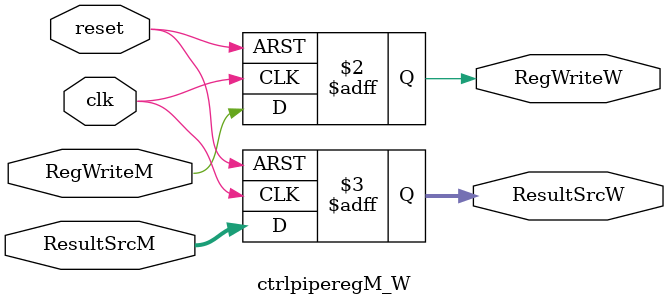
<source format=sv>
module ctrlpiperegM_W(input  logic 		 clk, reset,
					  input  logic 		 RegWriteM,
					  input  logic [1:0] ResultSrcM,
					  output logic 		 RegWriteW,
					  output logic [1:0] ResultSrcW);
	
	always_ff @ (posedge clk or posedge reset) begin
		if (reset) begin
			RegWriteW  <= 0;
			ResultSrcW <= 0;
		end
		else begin
			RegWriteW  <= RegWriteM;
			ResultSrcW <= ResultSrcM;
		end
	end
	
endmodule
</source>
